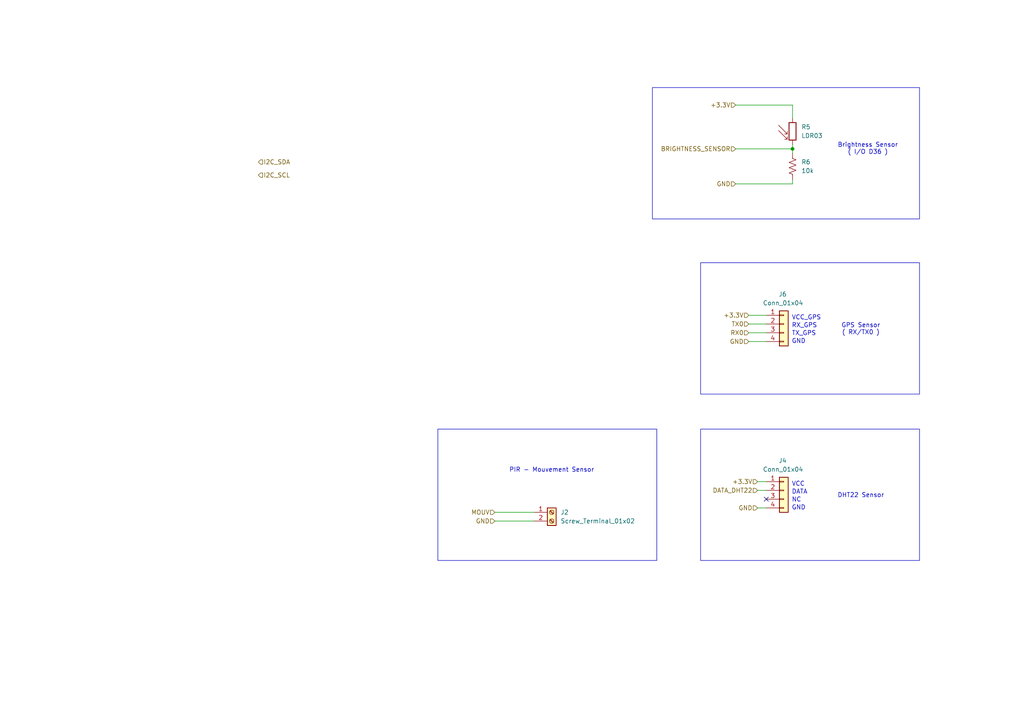
<source format=kicad_sch>
(kicad_sch (version 20250114) (generator "eeschema") (generator_version "9.0")
  (paper "A4")
  (lib_symbols
    (symbol "Connector:Screw_Terminal_01x02" (pin_names (offset 1.016) (hide yes))
      (property "Reference" "J" (at 0 2.54 0))
      (property "Value" "Screw_Terminal_01x02" (at 0 -5.08 0))
      (symbol "Screw_Terminal_01x02_1_1"
        (rectangle (start -1.27 1.27) (end 1.27 -3.81) (stroke (width 0.254)) (fill (type background)))
        (polyline (pts (xy -0.5334 0.3302) (xy 0.3302 -0.508)) (stroke (width 0.1524)))
        (polyline (pts (xy -0.5334 -2.2098) (xy 0.3302 -3.048)) (stroke (width 0.1524)))
        (polyline (pts (xy -0.3556 0.508) (xy 0.508 -0.3302)) (stroke (width 0.1524)))
        (polyline (pts (xy -0.3556 -2.032) (xy 0.508 -2.8702)) (stroke (width 0.1524)))
        (circle (center 0 0) (radius 0.635) (stroke (width 0.1524)))
        (circle (center 0 -2.54) (radius 0.635) (stroke (width 0.1524)))
        (pin passive line (at -5.08 0 0) (length 3.81) (name "Pin_1") (number "1"))
        (pin passive line (at -5.08 -2.54 0) (length 3.81) (name "Pin_2") (number "2"))
      )
    )
    (symbol "Connector_Generic:Conn_01x04" (pin_names (offset 1.016) (hide yes))
      (property "Reference" "J" (at 0 5.08 0))
      (property "Value" "Conn_01x04" (at 0 -7.62 0))
      (symbol "Conn_01x04_1_1"
        (rectangle (start -1.27 3.81) (end 1.27 -6.35) (stroke (width 0.254)) (fill (type background)))
        (rectangle (start -1.27 2.667) (end 0 2.413) (stroke (width 0.1524)))
        (rectangle (start -1.27 0.127) (end 0 -0.127) (stroke (width 0.1524)))
        (rectangle (start -1.27 -2.413) (end 0 -2.667) (stroke (width 0.1524)))
        (rectangle (start -1.27 -4.953) (end 0 -5.207) (stroke (width 0.1524)))
        (pin passive line (at -5.08 2.54 0) (length 3.81) (name "Pin_1") (number "1"))
        (pin passive line (at -5.08 0 0) (length 3.81) (name "Pin_2") (number "2"))
        (pin passive line (at -5.08 -2.54 0) (length 3.81) (name "Pin_3") (number "3"))
        (pin passive line (at -5.08 -5.08 0) (length 3.81) (name "Pin_4") (number "4"))
      )
    )
    (symbol "Device:R_US" (pin_numbers (hide yes)) (pin_names (offset 0))
      (property "Reference" "R" (at 2.54 0 90))
      (property "Value" "R_US" (at -2.54 0 90))
      (symbol "R_US_0_1"
        (polyline (pts (xy 0 2.286) (xy 0 2.54)))
        (polyline (pts (xy 0 2.286) (xy 1.016 1.905) (xy 0 1.524) (xy -1.016 1.143) (xy 0 0.762)))
        (polyline (pts (xy 0 0.762) (xy 1.016 0.381) (xy 0 0) (xy -1.016 -0.381) (xy 0 -0.762)))
        (polyline (pts (xy 0 -0.762) (xy 1.016 -1.143) (xy 0 -1.524) (xy -1.016 -1.905) (xy 0 -2.286)))
        (polyline (pts (xy 0 -2.286) (xy 0 -2.54)))
      )
      (symbol "R_US_1_1"
        (pin passive line (at 0 3.81 270) (length 1.27) (name "~") (number "1"))
        (pin passive line (at 0 -3.81 90) (length 1.27) (name "~") (number "2"))
      )
    )
    (symbol "Sensor_Optical:LDR03" (pin_numbers (hide yes)) (pin_names (offset 0))
      (property "Reference" "R" (at -5.08 0 90))
      (property "Value" "LDR03" (at 1.905 0 90))
      (symbol "LDR03_0_1"
        (polyline (pts (xy -1.524 -0.762) (xy -4.064 1.778)))
        (polyline (pts (xy -1.524 -0.762) (xy -2.286 -0.762)))
        (polyline (pts (xy -1.524 -0.762) (xy -1.524 0)))
        (polyline (pts (xy -1.524 -2.286) (xy -4.064 0.254)))
        (polyline (pts (xy -1.524 -2.286) (xy -2.286 -2.286)))
        (polyline (pts (xy -1.524 -2.286) (xy -1.524 -1.524)))
        (rectangle (start -1.016 2.54) (end 1.016 -2.54) (stroke (width 0.254)))
      )
      (symbol "LDR03_1_1"
        (pin passive line (at 0 3.81 270) (length 1.27) (name "~") (number "1"))
        (pin passive line (at 0 -3.81 90) (length 1.27) (name "~") (number "2"))
      )
    )
  )
  (rectangle (start 127 124.46) (end 190.5 162.56))
  (rectangle (start 203.2 124.46) (end 266.7 162.56))
  (rectangle (start 203.2 76.2) (end 266.7 114.3))
  (rectangle (start 189.23 25.4) (end 266.7 63.5))
  (text "RX_GPS\n" (at 229.616 94.488 0) (effects (font (size 1.27 1.27)) (justify left)))
  (text "NC\n" (at 229.616 145.034 0) (effects (font (size 1.27 1.27)) (justify left)))
  (text "VCC" (at 229.616 140.462 0) (effects (font (size 1.27 1.27)) (justify left)))
  (text "GND" (at 229.616 147.32 0) (effects (font (size 1.27 1.27)) (justify left)))
  (text "VCC_GPS\n" (at 229.616 92.202 0) (effects (font (size 1.27 1.27)) (justify left)))
  (text "DATA" (at 229.616 142.748 0) (effects (font (size 1.27 1.27)) (justify left)))
  (text "TX_GPS\n" (at 229.616 96.774 0) (effects (font (size 1.27 1.27)) (justify left)))
  (text "GPS Sensor\n( RX/TX0 )" (at 249.682 95.504 0) (effects (font (size 1.27 1.27))))
  (text "PIR - Mouvement Sensor\n" (at 160.02 136.398 0) (effects (font (size 1.27 1.27))))
  (text "GND" (at 229.616 99.06 0) (effects (font (size 1.27 1.27)) (justify left)))
  (text "Brightness Sensor\n( I/O D36 )" (at 251.714 43.18 0) (effects (font (size 1.27 1.27))))
  (text "DHT22 Sensor\n" (at 249.682 143.764 0) (effects (font (size 1.27 1.27))))
  (junction (at 229.87 43.18))
  (no_connect (at 222.25 144.78))
  (wire (pts (xy 213.36 43.18) (xy 229.87 43.18)))
  (wire (pts (xy 229.87 43.18) (xy 229.87 44.45)))
  (wire (pts (xy 229.87 52.07) (xy 229.87 53.34)))
  (wire (pts (xy 229.87 30.48) (xy 229.87 34.29)))
  (wire (pts (xy 229.87 41.91) (xy 229.87 43.18)))
  (wire (pts (xy 217.17 93.98) (xy 222.25 93.98)))
  (wire (pts (xy 219.71 139.7) (xy 222.25 139.7)))
  (wire (pts (xy 213.36 53.34) (xy 229.87 53.34)))
  (wire (pts (xy 213.36 30.48) (xy 229.87 30.48)))
  (wire (pts (xy 143.51 148.59) (xy 154.94 148.59)))
  (wire (pts (xy 217.17 91.44) (xy 222.25 91.44)))
  (wire (pts (xy 219.71 147.32) (xy 222.25 147.32)))
  (wire (pts (xy 219.71 142.24) (xy 222.25 142.24)))
  (wire (pts (xy 217.17 96.52) (xy 222.25 96.52)))
  (wire (pts (xy 143.51 151.13) (xy 154.94 151.13)))
  (wire (pts (xy 217.17 99.06) (xy 222.25 99.06)))
  (hierarchical_label "GND" (shape input) (at 219.71 147.32 180))
  (hierarchical_label "I2C_SCL" (shape input) (at 74.93 50.8 0))
  (hierarchical_label "MOUV" (shape input) (at 143.51 148.59 180))
  (hierarchical_label "DATA_DHT22" (shape input) (at 219.71 142.24 180))
  (hierarchical_label "GND" (shape input) (at 217.17 99.06 180))
  (hierarchical_label "GND" (shape input) (at 213.36 53.34 180))
  (hierarchical_label "TX0" (shape input) (at 217.17 93.98 180))
  (hierarchical_label "+3.3V" (shape input) (at 219.71 139.7 180))
  (hierarchical_label "+3.3V" (shape input) (at 213.36 30.48 180))
  (hierarchical_label "BRIGHTNESS_SENSOR" (shape input) (at 213.36 43.18 180))
  (hierarchical_label "I2C_SDA" (shape input) (at 74.93 46.99 0))
  (hierarchical_label "GND" (shape input) (at 143.51 151.13 180))
  (hierarchical_label "RX0" (shape input) (at 217.17 96.52 180))
  (hierarchical_label "+3.3V" (shape input) (at 217.17 91.44 180))
  (symbol (lib_id "Connector_Generic:Conn_01x04") (at 227.33 93.98 0) (unit 1)
    (property "Reference" "J6" (at 225.806 85.344 0) (effects (justify left)))
    (property "Value" "Conn_01x04" (at 221.234 87.884 0) (effects (justify left)))
    (property "Description" "Generic connector, single row, 01x04, script generated (kicad-library-utils/schlib/autogen/connector/)" (effects (hide yes)))
  )
  (symbol (lib_id "Sensor_Optical:LDR03") (at 229.87 38.1 0) (unit 1)
    (property "Reference" "R5" (at 232.41 36.8299 0) (effects (justify left)))
    (property "Value" "LDR03" (at 232.41 39.3699 0) (effects (justify left)))
    (property "Footprint" "OptoDevice:R_LDR_10x8.5mm_P7.6mm_Vertical" (effects (hide yes)))
    (property "Datasheet" "http://www.elektronica-componenten.nl/WebRoot/StoreNL/Shops/61422969/54F1/BA0C/C664/31B9/2173/C0A8/2AB9/2AEF/LDR03IMP.pdf" (effects (hide yes)))
    (property "Description" "light dependent resistor" (effects (hide yes)))
  )
  (symbol (lib_id "Connector_Generic:Conn_01x04") (at 227.33 142.24 0) (unit 1)
    (property "Reference" "J4" (at 225.806 133.604 0) (effects (justify left)))
    (property "Value" "Conn_01x04" (at 221.234 136.144 0) (effects (justify left)))
    (property "Description" "Generic connector, single row, 01x04, script generated (kicad-library-utils/schlib/autogen/connector/)" (effects (hide yes)))
  )
  (symbol (lib_id "Device:R_US") (at 229.87 48.26 0) (unit 1)
    (property "Reference" "R6" (at 232.41 46.9899 0) (effects (justify left)))
    (property "Value" "10k" (at 232.41 49.5299 0) (effects (justify left)))
    (property "Description" "Resistor, US symbol" (effects (hide yes)))
  )
  (symbol (lib_id "Connector:Screw_Terminal_01x02") (at 160.02 148.59 0) (unit 1)
    (property "Reference" "J2" (at 162.56 148.5899 0) (effects (justify left)))
    (property "Value" "Screw_Terminal_01x02" (at 162.56 151.1299 0) (effects (justify left)))
    (property "Description" "Generic screw terminal, single row, 01x02, script generated (kicad-library-utils/schlib/autogen/connector/)" (effects (hide yes)))
  )
)
</source>
